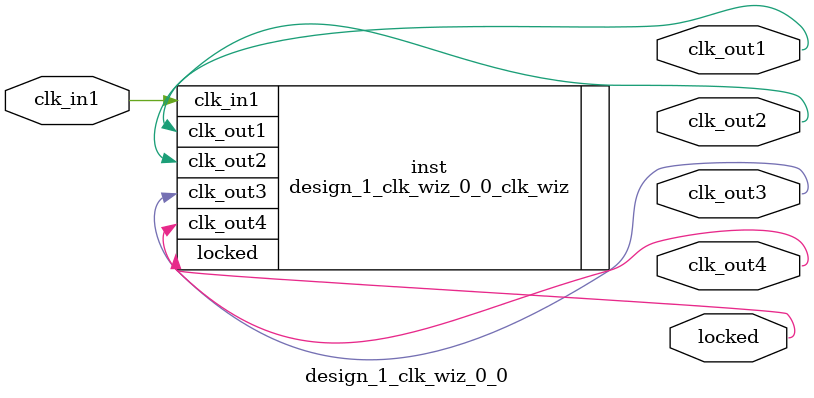
<source format=v>


`timescale 1ps/1ps

(* CORE_GENERATION_INFO = "design_1_clk_wiz_0_0,clk_wiz_v6_0_2_0_0,{component_name=design_1_clk_wiz_0_0,use_phase_alignment=false,use_min_o_jitter=false,use_max_i_jitter=false,use_dyn_phase_shift=false,use_inclk_switchover=false,use_dyn_reconfig=false,enable_axi=0,feedback_source=FDBK_AUTO,PRIMITIVE=MMCM,num_out_clk=4,clkin1_period=10.000,clkin2_period=10.000,use_power_down=false,use_reset=false,use_locked=true,use_inclk_stopped=false,feedback_type=SINGLE,CLOCK_MGR_TYPE=NA,manual_override=false}" *)

module design_1_clk_wiz_0_0 
 (
  // Clock out ports
  output        clk_out1,
  output        clk_out2,
  output        clk_out3,
  output        clk_out4,
  // Status and control signals
  output        locked,
 // Clock in ports
  input         clk_in1
 );

  design_1_clk_wiz_0_0_clk_wiz inst
  (
  // Clock out ports  
  .clk_out1(clk_out1),
  .clk_out2(clk_out2),
  .clk_out3(clk_out3),
  .clk_out4(clk_out4),
  // Status and control signals               
  .locked(locked),
 // Clock in ports
  .clk_in1(clk_in1)
  );

endmodule

</source>
